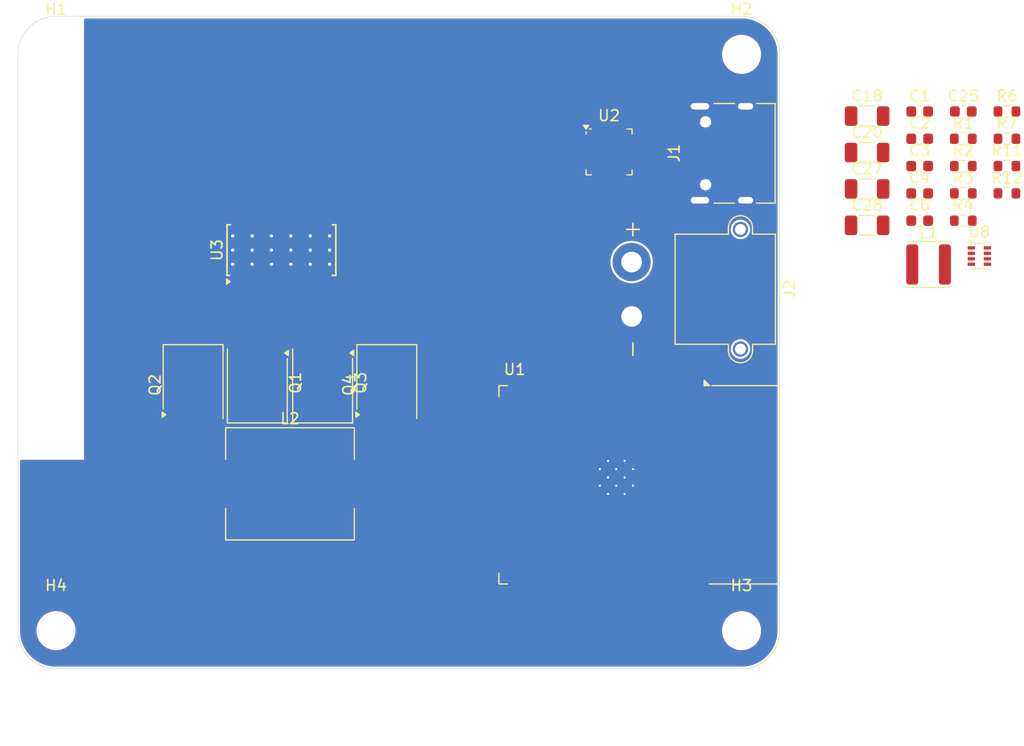
<source format=kicad_pcb>
(kicad_pcb (version 20241229) (generator "pcbnew") (generator_version "9.0")
  (layers (0 "F.Cu" signal) (4 "In1.Cu" signal) (6 "In2.Cu" signal) (2 "B.Cu" signal) (13 "F.Paste" user) (15 "B.Paste" user) (5 "F.SilkS" user "F.Silkscreen") (7 "B.SilkS" user "B.Silkscreen") (1 "F.Mask" user) (3 "B.Mask" user) (25 "Edge.Cuts" user))
  (net 0 "")
  (net 3 "Net-(J1-D--PadA7)")
  (net 4 "Net-(J1-D+-PadA6)")
  (net 5 "Net-(Q1-S-Pad1)")
  (net 40 "Net-(Q2-D-Pad5)")
  (net 43 "GND")
  (net 67 "Net-(Q4-D-Pad5)")
  (net 68 "+3.3V")
  (net 83 "Net-(U3-BOOT1)")
  (net 84 "Net-(U3-SW1)")
  (net 85 "Net-(U3-SW2)")
  (net 86 "Net-(U3-BOOT2)")
  (net 87 "Net-(U3-SS)")
  (net 88 "Net-(U8-SW)")
  (net 89 "Net-(U8-BST)")
  (net 90 "VDC")
  (net 91 "+10V")
  (net 92 "Net-(U8-SS)")
  (net 93 "LDRV1")
  (net 94 "HDRV1")
  (net 95 "LDRV2")
  (net 96 "HDRV2")
  (net 97 "Net-(U3-COMP)")
  (net 98 "Net-(U3-VIN)")
  (net 100 "Net-(U3-VISNS)")
  (net 101 "Net-(U8-FB)")
  (net 102 "Net-(U8-EN)")
  (net 103 "Net-(U8-RT)")
  (net 104 "POWER_EN")
  (footprint "Package_DFN_QFN:QFN-24-1EP_4x4mm_P0.5mm_EP2.7x2.7mm" (layer "F.Cu") (at 164.325 82.475)
    (property "Reference" "U2" (at 0 -3.33 0) (layer "F.SilkS"))
    (property "Value" "STUSB4500QTR")
    (fp_line (start -2.11 -1.635) (end -2.11 -1.87) (stroke (width 0.12)) (layer "F.SilkS"))
    (fp_line (start -2.11 2.11) (end -2.11 1.635) (stroke (width 0.12)) (layer "F.SilkS"))
    (fp_line (start -1.635 -2.11) (end -1.81 -2.11) (stroke (width 0.12)) (layer "F.SilkS"))
    (fp_line (start -1.635 2.11) (end -2.11 2.11) (stroke (width 0.12)) (layer "F.SilkS"))
    (fp_line (start 1.635 -2.11) (end 2.11 -2.11) (stroke (width 0.12)) (layer "F.SilkS"))
    (fp_line (start 1.635 2.11) (end 2.11 2.11) (stroke (width 0.12)) (layer "F.SilkS"))
    (fp_line (start 2.11 -2.11) (end 2.11 -1.635) (stroke (width 0.12)) (layer "F.SilkS"))
    (fp_line (start 2.11 2.11) (end 2.11 1.635) (stroke (width 0.12)) (layer "F.SilkS"))
    (fp_poly (pts (xy -2.11 -2.11) (xy -2.35 -2.44) (xy -1.87 -2.44)) (stroke (width 0.12)) (fill yes) (layer "F.SilkS"))
    (pad "1" smd roundrect (at -1.9625 -1.25) (size 0.825 0.25) (layers "F.Cu" "F.Mask" "F.Paste"))
    (pad "2" smd roundrect (at -1.9625 -0.75) (size 0.825 0.25) (layers "F.Cu" "F.Mask" "F.Paste"))
    (pad "3" smd roundrect (at -1.9625 -0.25) (size 0.825 0.25) (layers "F.Cu" "F.Mask" "F.Paste"))
    (pad "4" smd roundrect (at -1.9625 0.25) (size 0.825 0.25) (layers "F.Cu" "F.Mask" "F.Paste"))
    (pad "5" smd roundrect (at -1.9625 0.75) (size 0.825 0.25) (layers "F.Cu" "F.Mask" "F.Paste"))
    (pad "6" smd roundrect (at -1.9625 1.25) (size 0.825 0.25) (layers "F.Cu" "F.Mask" "F.Paste"))
    (pad "7" smd roundrect (at -1.25 1.9625) (size 0.25 0.825) (layers "F.Cu" "F.Mask" "F.Paste"))
    (pad "8" smd roundrect (at -0.75 1.9625) (size 0.25 0.825) (layers "F.Cu" "F.Mask" "F.Paste"))
    (pad "9" smd roundrect (at -0.25 1.9625) (size 0.25 0.825) (layers "F.Cu" "F.Mask" "F.Paste"))
    (pad "10" smd roundrect (at 0.25 1.9625) (size 0.25 0.825) (layers "F.Cu" "F.Mask" "F.Paste") (net 43 "GND"))
    (pad "11" smd roundrect (at 0.75 1.9625) (size 0.25 0.825) (layers "F.Cu" "F.Mask" "F.Paste"))
    (pad "12" smd roundrect (at 1.25 1.9625) (size 0.25 0.825) (layers "F.Cu" "F.Mask" "F.Paste"))
    (pad "13" smd roundrect (at 1.9625 1.25) (size 0.825 0.25) (layers "F.Cu" "F.Mask" "F.Paste"))
    (pad "14" smd roundrect (at 1.9625 0.75) (size 0.825 0.25) (layers "F.Cu" "F.Mask" "F.Paste"))
    (pad "15" smd roundrect (at 1.9625 0.25) (size 0.825 0.25) (layers "F.Cu" "F.Mask" "F.Paste"))
    (pad "16" smd roundrect (at 1.9625 -0.25) (size 0.825 0.25) (layers "F.Cu" "F.Mask" "F.Paste"))
    (pad "17" smd roundrect (at 1.9625 -0.75) (size 0.825 0.25) (layers "F.Cu" "F.Mask" "F.Paste"))
    (pad "18" smd roundrect (at 1.9625 -1.25) (size 0.825 0.25) (layers "F.Cu" "F.Mask" "F.Paste"))
    (pad "19" smd roundrect (at 1.25 -1.9625) (size 0.25 0.825) (layers "F.Cu" "F.Mask" "F.Paste"))
    (pad "20" smd roundrect (at 0.75 -1.9625) (size 0.25 0.825) (layers "F.Cu" "F.Mask" "F.Paste"))
    (pad "21" smd roundrect (at 0.25 -1.9625) (size 0.25 0.825) (layers "F.Cu" "F.Mask" "F.Paste"))
    (pad "22" smd roundrect (at -0.25 -1.9625) (size 0.25 0.825) (layers "F.Cu" "F.Mask" "F.Paste"))
    (pad "23" smd roundrect (at -0.75 -1.9625) (size 0.25 0.825) (layers "F.Cu" "F.Mask" "F.Paste"))
    (pad "24" smd roundrect (at -1.25 -1.9625) (size 0.25 0.825) (layers "F.Cu" "F.Mask" "F.Paste"))
    (pad "25" smd rect (at 0 0) (size 2.7 2.7) (property pad_prop_heatsink) (layers "F.Cu" "F.Mask") (net 43 "GND"))
  )
  (footprint "Capacitor_SMD:C_1206_3216Metric" (layer "F.Cu") (at 188.04 85.875)
    (property "Reference" "C27" (at 0 -1.85 0) (layer "F.SilkS"))
    (property "Value" "22uF")
    (fp_line (start -0.711252 -0.91) (end 0.711252 -0.91) (stroke (width 0.12)) (layer "F.SilkS"))
    (fp_line (start -0.711252 0.91) (end 0.711252 0.91) (stroke (width 0.12)) (layer "F.SilkS"))
    (pad "1" smd roundrect (at -1.475 0) (size 1.15 1.8) (layers "F.Cu" "F.Mask" "F.Paste") (roundrect_rratio 0.217391) (net 43 "GND"))
    (pad "2" smd roundrect (at 1.475 0) (size 1.15 1.8) (layers "F.Cu" "F.Mask" "F.Paste") (roundrect_rratio 0.217391) (net 90 "VDC"))
  )
  (footprint "Resistor_SMD:R_0603_1608Metric" (layer "F.Cu") (at 200.89 83.775)
    (property "Reference" "R11" (at 0 -1.43 0) (layer "F.SilkS"))
    (property "Value" "1K")
    (fp_line (start -0.237258 -0.5225) (end 0.237258 -0.5225) (stroke (width 0.12)) (layer "F.SilkS"))
    (fp_line (start -0.237258 0.5225) (end 0.237258 0.5225) (stroke (width 0.12)) (layer "F.SilkS"))
    (pad "1" smd roundrect (at -0.825 0) (size 0.8 0.95) (layers "F.Cu" "F.Mask" "F.Paste") (net 43 "GND"))
    (pad "2" smd roundrect (at 0.825 0) (size 0.8 0.95) (layers "F.Cu" "F.Mask" "F.Paste") (net 103 "Net-(U8-RT)"))
  )
  (footprint "MountingHole:MountingHole_3.2mm_M3" (layer "F.Cu") (at 176.5 126.5)
    (property "Reference" "H3" (at 0 -4.15 0) (layer "F.SilkS"))
    (property "Value" "MountingHole")
    (pad "" np_thru_hole circle (at 0 0) (size 3.2 3.2) (drill 3.2) (layers "*.Cu" "*.Mask"))
  )
  (footprint "Package_DFN_QFN:PQFN-8-EP_6x5mm_P1.27mm_Generic" (layer "F.Cu") (at 143.9 103.9 90)
    (property "Reference" "Q4" (at 0 -3.5 90) (layer "F.SilkS"))
    (property "Value" "AON6264E")
    (fp_line (start 3.7 -2.75) (end -2.23 -2.75) (stroke (width 0.12)) (layer "F.SilkS"))
    (fp_line (start 3.7 2.75) (end 3.7 -2.75) (stroke (width 0.12)) (layer "F.SilkS"))
    (fp_line (start -3.1 2.75) (end 3.7 2.75) (stroke (width 0.12)) (layer "F.SilkS"))
    (fp_poly (pts (xy -2.74 -2.520001) (xy -2.98 -2.85) (xy -2.5 -2.85) (xy -2.74 -2.520001)) (stroke (width 0.12)) (fill yes) (layer "F.SilkS"))
    (pad "1" smd roundrect (at -2.725 -1.904999 180) (size 0.7 1.15) (layers "F.Cu" "F.Mask" "F.Paste") (net 85 "Net-(U3-SW2)"))
    (pad "2" smd roundrect (at -2.725 -0.635 180) (size 0.7 1.15) (layers "F.Cu" "F.Mask" "F.Paste") (net 85 "Net-(U3-SW2)"))
    (pad "3" smd roundrect (at -2.725 0.635 180) (size 0.7 1.15) (layers "F.Cu" "F.Mask" "F.Paste") (net 85 "Net-(U3-SW2)"))
    (pad "4" smd roundrect (at -2.725 1.904999 180) (size 0.7 1.15) (layers "F.Cu" "F.Mask" "F.Paste") (net 96 "HDRV2"))
    (pad "5" smd custom (at 0 0 180) (size 4 2) (layers "F.Cu" "F.Mask") (net 67 "Net-(Q4-D-Pad5)") (options (clearance outline) (anchor rect)) (primitives (gr_poly (pts (xy -2.35 3.5) (xy 2.35 3.5) (xy 2.35 2) (xy 2.1 2) (xy 2.1 -1.1) (xy -2.1 -1.1) (xy -2.1 2) (xy -2.35 2)) (width 0) (fill yes))))
  )
  (footprint "Package_DFN_QFN:PQFN-8-EP_6x5mm_P1.27mm_Generic" (layer "F.Cu") (at 138 103.7 -90)
    (property "Reference" "Q3" (at 0 -3.5 90) (layer "F.SilkS"))
    (property "Value" "AON6264E")
    (fp_line (start -3.1 2.75) (end 3.7 2.75) (stroke (width 0.12)) (layer "F.SilkS"))
    (fp_line (start 3.7 2.75) (end 3.7 -2.75) (stroke (width 0.12)) (layer "F.SilkS"))
    (fp_line (start 3.7 -2.75) (end -2.23 -2.75) (stroke (width 0.12)) (layer "F.SilkS"))
    (fp_poly (pts (xy -2.74 -2.520001) (xy -2.98 -2.85) (xy -2.5 -2.85) (xy -2.74 -2.520001)) (stroke (width 0.12)) (fill yes) (layer "F.SilkS"))
    (pad "1" smd roundrect (at -2.725 -1.904999) (size 0.7 1.15) (layers "F.Cu" "F.Mask" "F.Paste") (net 5 "Net-(Q1-S-Pad1)"))
    (pad "2" smd roundrect (at -2.725 -0.635) (size 0.7 1.15) (layers "F.Cu" "F.Mask" "F.Paste") (net 5 "Net-(Q1-S-Pad1)"))
    (pad "3" smd roundrect (at -2.725 0.635) (size 0.7 1.15) (layers "F.Cu" "F.Mask" "F.Paste") (net 5 "Net-(Q1-S-Pad1)"))
    (pad "4" smd roundrect (at -2.725 1.904999) (size 0.7 1.15) (layers "F.Cu" "F.Mask" "F.Paste") (net 95 "LDRV2"))
    (pad "5" smd custom (at 0 0) (size 4 2) (layers "F.Cu" "F.Mask") (net 85 "Net-(U3-SW2)") (options (clearance outline) (anchor rect)) (primitives (gr_poly (pts (xy -2.35 3.5) (xy 2.35 3.5) (xy 2.35 2) (xy 2.1 2) (xy 2.1 -1.1) (xy -2.1 -1.1) (xy -2.1 2) (xy -2.35 2)) (width 0) (fill yes))))
  )
  (footprint "RF_Module:ESP32-WROOM-32" (layer "F.Cu") (at 164.085 113.0875 -90)
    (property "Reference" "U1" (at -10.61 8.43 0) (layer "F.SilkS"))
    (property "Value" "ESP32-WROOM-32")
    (fp_line (start -9.12 9.88) (end -8.12 9.88) (stroke (width 0.12)) (layer "F.SilkS"))
    (fp_line (start 9.12 9.88) (end 8.12 9.88) (stroke (width 0.12)) (layer "F.SilkS"))
    (fp_line (start -9.12 9.1) (end -9.12 9.88) (stroke (width 0.12)) (layer "F.SilkS"))
    (fp_line (start 9.12 9.1) (end 9.12 9.88) (stroke (width 0.12)) (layer "F.SilkS"))
    (fp_line (start -9.12 -15.86) (end -9.12 -9.7) (stroke (width 0.12)) (layer "F.SilkS"))
    (fp_line (start -9.12 -15.86) (end 9.12 -15.86) (stroke (width 0.12)) (layer "F.SilkS"))
    (fp_line (start 9.12 -15.86) (end 9.12 -9.445) (stroke (width 0.12)) (layer "F.SilkS"))
    (fp_poly (pts (xy -9.125 -8.975) (xy -9.625 -8.975) (xy -9.125 -9.475) (xy -9.125 -8.975)) (stroke (width 0.12)) (fill yes) (layer "F.SilkS"))
    (pad "1" smd rect (at -8.75 -8.25 270) (size 1.5 0.9) (layers "F.Cu" "F.Mask" "F.Paste") (net 43 "GND"))
    (pad "2" smd rect (at -8.75 -6.98 270) (size 1.5 0.9) (layers "F.Cu" "F.Mask" "F.Paste") (net 68 "+3.3V"))
    (pad "3" smd rect (at -8.75 -5.71 270) (size 1.5 0.9) (layers "F.Cu" "F.Mask" "F.Paste"))
    (pad "4" smd rect (at -8.75 -4.44 270) (size 1.5 0.9) (layers "F.Cu" "F.Mask" "F.Paste"))
    (pad "5" smd rect (at -8.75 -3.17 270) (size 1.5 0.9) (layers "F.Cu" "F.Mask" "F.Paste"))
    (pad "6" smd rect (at -8.75 -1.9 270) (size 1.5 0.9) (layers "F.Cu" "F.Mask" "F.Paste"))
    (pad "7" smd rect (at -8.75 -0.63 270) (size 1.5 0.9) (layers "F.Cu" "F.Mask" "F.Paste"))
    (pad "8" smd rect (at -8.75 0.64 270) (size 1.5 0.9) (layers "F.Cu" "F.Mask" "F.Paste"))
    (pad "9" smd rect (at -8.75 1.91 270) (size 1.5 0.9) (layers "F.Cu" "F.Mask" "F.Paste"))
    (pad "10" smd rect (at -8.75 3.18 270) (size 1.5 0.9) (layers "F.Cu" "F.Mask" "F.Paste"))
    (pad "11" smd rect (at -8.75 4.45 270) (size 1.5 0.9) (layers "F.Cu" "F.Mask" "F.Paste"))
    (pad "12" smd rect (at -8.75 5.72 270) (size 1.5 0.9) (layers "F.Cu" "F.Mask" "F.Paste"))
    (pad "13" smd rect (at -8.75 6.99 270) (size 1.5 0.9) (layers "F.Cu" "F.Mask" "F.Paste"))
    (pad "14" smd rect (at -8.75 8.26 270) (size 1.5 0.9) (layers "F.Cu" "F.Mask" "F.Paste"))
    (pad "15" smd rect (at -5.71 9.51) (size 1.5 0.9) (layers "F.Cu" "F.Mask" "F.Paste") (net 43 "GND"))
    (pad "16" smd rect (at -4.440001 9.51) (size 1.5 0.9) (layers "F.Cu" "F.Mask" "F.Paste"))
    (pad "17" smd rect (at -3.17 9.51) (size 1.5 0.9) (layers "F.Cu" "F.Mask" "F.Paste"))
    (pad "18" smd rect (at -1.899999 9.51) (size 1.5 0.9) (layers "F.Cu" "F.Mask" "F.Paste"))
    (pad "19" smd rect (at -0.63 9.51) (size 1.5 0.9) (layers "F.Cu" "F.Mask" "F.Paste"))
    (pad "20" smd rect (at 0.64 9.51) (size 1.5 0.9) (layers "F.Cu" "F.Mask" "F.Paste"))
    (pad "21" smd rect (at 1.909999 9.51) (size 1.5 0.9) (layers "F.Cu" "F.Mask" "F.Paste"))
    (pad "22" smd rect (at 3.18 9.51) (size 1.5 0.9) (layers "F.Cu" "F.Mask" "F.Paste"))
    (pad "23" smd rect (at 4.45 9.51) (size 1.5 0.9) (layers "F.Cu" "F.Mask" "F.Paste"))
    (pad "24" smd rect (at 5.72 9.51) (size 1.5 0.9) (layers "F.Cu" "F.Mask" "F.Paste"))
    (pad "25" smd rect (at 8.75 8.26 270) (size 1.5 0.9) (layers "F.Cu" "F.Mask" "F.Paste"))
    (pad "26" smd rect (at 8.75 6.99 270) (size 1.5 0.9) (layers "F.Cu" "F.Mask" "F.Paste"))
    (pad "27" smd rect (at 8.75 5.72 270) (size 1.5 0.9) (layers "F.Cu" "F.Mask" "F.Paste"))
    (pad "28" smd rect (at 8.75 4.45 270) (size 1.5 0.9) (layers "F.Cu" "F.Mask" "F.Paste"))
    (pad "29" smd rect (at 8.75 3.18 270) (size 1.5 0.9) (layers "F.Cu" "F.Mask" "F.Paste"))
    (pad "30" smd rect (at 8.75 1.91 270) (size 1.5 0.9) (layers "F.Cu" "F.Mask" "F.Paste"))
    (pad "31" smd rect (at 8.75 0.64 270) (size 1.5 0.9) (layers "F.Cu" "F.Mask" "F.Paste"))
    (pad "32" smd rect (at 8.75 -0.63 270) (size 1.5 0.9) (layers "F.Cu" "F.Mask" "F.Paste"))
    (pad "33" smd rect (at 8.75 -1.9 270) (size 1.5 0.9) (layers "F.Cu" "F.Mask" "F.Paste"))
    (pad "34" smd rect (at 8.75 -3.17 270) (size 1.5 0.9) (layers "F.Cu" "F.Mask" "F.Paste"))
    (pad "35" smd rect (at 8.75 -4.44 270) (size 1.5 0.9) (layers "F.Cu" "F.Mask" "F.Paste"))
    (pad "36" smd rect (at 8.75 -5.71 270) (size 1.5 0.9) (layers "F.Cu" "F.Mask" "F.Paste"))
    (pad "37" smd rect (at 8.75 -6.98 270) (size 1.5 0.9) (layers "F.Cu" "F.Mask" "F.Paste"))
    (pad "38" smd rect (at 8.75 -8.25 270) (size 1.5 0.9) (layers "F.Cu" "F.Mask" "F.Paste") (net 43 "GND"))
    (pad "39" thru_hole circle (at -2.205 -1.672501 270) (size 0.6 0.6) (drill 0.2) (property pad_prop_heatsink) (layers "*.Cu" "F.Mask") (net 43 "GND"))
    (pad "39" smd rect (at -2.205 -0.91 270) (size 1.05 1.05) (layers "F.Cu" "F.Paste") (net 43 "GND"))
    (pad "39" thru_hole circle (at -2.205 -0.1475 270) (size 0.6 0.6) (drill 0.2) (property pad_prop_heatsink) (layers "*.Cu" "F.Mask") (net 43 "GND"))
    (pad "39" smd rect (at -2.205 0.615 270) (size 1.05 1.05) (layers "F.Cu" "F.Paste") (net 43 "GND"))
    (pad "39" smd rect (at -2.204999 -2.435 270) (size 1.05 1.05) (layers "F.Cu" "F.Paste") (net 43 "GND"))
    (pad "39" thru_hole circle (at -1.442501 -2.435 270) (size 0.6 0.6) (drill 0.2) (property pad_prop_heatsink) (layers "*.Cu" "F.Mask") (net 43 "GND"))
    (pad "39" thru_hole circle (at -1.4425 -0.91 270) (size 0.6 0.6) (drill 0.2) (property pad_prop_heatsink) (layers "*.Cu" "F.Mask") (net 43 "GND"))
    (pad "39" thru_hole circle (at -1.4425 0.615 270) (size 0.6 0.6) (drill 0.2) (property pad_prop_heatsink) (layers "*.Cu" "F.Mask") (net 43 "GND"))
    (pad "39" smd rect (at -0.680001 -2.435 270) (size 1.05 1.05) (layers "F.Cu" "F.Paste") (net 43 "GND"))
    (pad "39" thru_hole circle (at -0.680001 -1.6725 270) (size 0.6 0.6) (drill 0.2) (property pad_prop_heatsink) (layers "*.Cu" "F.Mask") (net 43 "GND"))
    (pad "39" smd rect (at -0.68 -0.91 270) (size 1.05 1.05) (layers "F.Cu" "F.Paste") (net 43 "GND"))
    (pad "39" smd rect (at -0.68 -0.91 270) (size 4.2 4.2) (property pad_prop_heatsink) (layers "F.Cu" "F.Mask") (net 43 "GND"))
    (pad "39" thru_hole circle (at -0.68 -0.1475 270) (size 0.6 0.6) (drill 0.2) (property pad_prop_heatsink) (layers "*.Cu" "F.Mask") (net 43 "GND"))
    (pad "39" smd rect (at -0.68 0.615 270) (size 1.05 1.05) (layers "F.Cu" "F.Paste") (net 43 "GND"))
    (pad "39" thru_hole circle (at 0.0825 -2.435 270) (size 0.6 0.6) (drill 0.2) (property pad_prop_heatsink) (layers "*.Cu" "F.Mask") (net 43 "GND"))
    (pad "39" thru_hole circle (at 0.0825 -0.91 270) (size 0.6 0.6) (drill 0.2) (property pad_prop_heatsink) (layers "*.Cu" "F.Mask") (net 43 "GND"))
    (pad "39" thru_hole circle (at 0.0825 0.615 270) (size 0.6 0.6) (drill 0.2) (property pad_prop_heatsink) (layers "*.Cu" "F.Mask") (net 43 "GND"))
    (pad "39" smd rect (at 0.845 -2.435 270) (size 1.05 1.05) (layers "F.Cu" "F.Paste") (net 43 "GND"))
    (pad "39" thru_hole circle (at 0.845 -1.6725 270) (size 0.6 0.6) (drill 0.2) (property pad_prop_heatsink) (layers "*.Cu" "F.Mask") (net 43 "GND"))
    (pad "39" smd rect (at 0.845 -0.91 270) (size 1.05 1.05) (layers "F.Cu" "F.Paste") (net 43 "GND"))
    (pad "39" thru_hole circle (at 0.845 -0.1475 270) (size 0.6 0.6) (drill 0.2) (property pad_prop_heatsink) (layers "*.Cu" "F.Mask") (net 43 "GND"))
    (pad "39" smd rect (at 0.845 0.615 270) (size 1.05 1.05) (layers "F.Cu" "F.Paste") (net 43 "GND"))
    (zone (net 0) (net_name "") (layers "F.Cu" "B.Cu") (connect_pads (clearance 0)) (min_thickness 0.254)
      (keepout (tracks not_allowed) (vias not_allowed) (pads not_allowed) (copperpour not_allowed) (footprints not_allowed))
      (fill (thermal_gap 0.508) (thermal_bridge_width 0.508))
      (polygon (pts (xy 173.885 89.0875) (xy 173.885 137.0875) (xy 194.825 137.0875) (xy 194.825 89.0875)))
    )
  )
  (footprint "Capacitor_SMD:C_0603_1608Metric" (layer "F.Cu") (at 192.87 78.755)
    (property "Reference" "C1" (at 0 -1.43 0) (layer "F.SilkS"))
    (property "Value" "C")
    (fp_line (start -0.14058 -0.51) (end 0.14058 -0.51) (stroke (width 0.12)) (layer "F.SilkS"))
    (fp_line (start -0.14058 0.51) (end 0.14058 0.51) (stroke (width 0.12)) (layer "F.SilkS"))
    (pad "1" smd roundrect (at -0.775 0) (size 0.9 0.95) (layers "F.Cu" "F.Mask" "F.Paste"))
    (pad "2" smd roundrect (at 0.775 0) (size 0.9 0.95) (layers "F.Cu" "F.Mask" "F.Paste"))
  )
  (footprint "Resistor_SMD:R_0603_1608Metric" (layer "F.Cu") (at 200.89 86.285)
    (property "Reference" "R12" (at 0 -1.43 0) (layer "F.SilkS"))
    (property "Value" "10K")
    (fp_line (start -0.237258 -0.5225) (end 0.237258 -0.5225) (stroke (width 0.12)) (layer "F.SilkS"))
    (fp_line (start -0.237258 0.5225) (end 0.237258 0.5225) (stroke (width 0.12)) (layer "F.SilkS"))
    (pad "1" smd roundrect (at -0.825 0) (size 0.8 0.95) (layers "F.Cu" "F.Mask" "F.Paste") (net 102 "Net-(U8-EN)"))
    (pad "2" smd roundrect (at 0.825 0) (size 0.8 0.95) (layers "F.Cu" "F.Mask" "F.Paste") (net 43 "GND"))
  )
  (footprint "Resistor_SMD:R_0603_1608Metric" (layer "F.Cu") (at 196.88 81.265)
    (property "Reference" "R1" (at 0 -1.43 0) (layer "F.SilkS"))
    (property "Value" "115K")
    (fp_line (start -0.237258 -0.5225) (end 0.237258 -0.5225) (stroke (width 0.12)) (layer "F.SilkS"))
    (fp_line (start -0.237258 0.5225) (end 0.237258 0.5225) (stroke (width 0.12)) (layer "F.SilkS"))
    (pad "1" smd roundrect (at -0.825 0) (size 0.8 0.95) (layers "F.Cu" "F.Mask" "F.Paste") (net 43 "GND"))
    (pad "2" smd roundrect (at 0.825 0) (size 0.8 0.95) (layers "F.Cu" "F.Mask" "F.Paste") (net 97 "Net-(U3-COMP)"))
  )
  (footprint "Resistor_SMD:R_0603_1608Metric" (layer "F.Cu") (at 196.88 83.775)
    (property "Reference" "R2" (at 0 -1.43 0) (layer "F.SilkS"))
    (property "Value" "10R")
    (fp_line (start -0.237258 -0.5225) (end 0.237258 -0.5225) (stroke (width 0.12)) (layer "F.SilkS"))
    (fp_line (start -0.237258 0.5225) (end 0.237258 0.5225) (stroke (width 0.12)) (layer "F.SilkS"))
    (pad "1" smd roundrect (at -0.825 0) (size 0.8 0.95) (layers "F.Cu" "F.Mask" "F.Paste") (net 98 "Net-(U3-VIN)"))
    (pad "2" smd roundrect (at 0.825 0) (size 0.8 0.95) (layers "F.Cu" "F.Mask" "F.Paste"))
  )
  (footprint "Package_DFN_QFN:PQFN-8-EP_6x5mm_P1.27mm_Generic" (layer "F.Cu") (at 132 103.7 -90)
    (property "Reference" "Q1" (at 0 -3.5 90) (layer "F.SilkS"))
    (property "Value" "AON6264E")
    (fp_line (start -3.1 2.75) (end 3.7 2.75) (stroke (width 0.12)) (layer "F.SilkS"))
    (fp_line (start 3.7 2.75) (end 3.7 -2.75) (stroke (width 0.12)) (layer "F.SilkS"))
    (fp_line (start 3.7 -2.75) (end -2.23 -2.75) (stroke (width 0.12)) (layer "F.SilkS"))
    (fp_poly (pts (xy -2.74 -2.520001) (xy -2.98 -2.85) (xy -2.5 -2.85) (xy -2.74 -2.520001)) (stroke (width 0.12)) (fill yes) (layer "F.SilkS"))
    (pad "1" smd roundrect (at -2.725 -1.904999) (size 0.7 1.15) (layers "F.Cu" "F.Mask" "F.Paste") (net 5 "Net-(Q1-S-Pad1)"))
    (pad "2" smd roundrect (at -2.725 -0.635) (size 0.7 1.15) (layers "F.Cu" "F.Mask" "F.Paste") (net 5 "Net-(Q1-S-Pad1)"))
    (pad "3" smd roundrect (at -2.725 0.635) (size 0.7 1.15) (layers "F.Cu" "F.Mask" "F.Paste") (net 5 "Net-(Q1-S-Pad1)"))
    (pad "4" smd roundrect (at -2.725 1.904999) (size 0.7 1.15) (layers "F.Cu" "F.Mask" "F.Paste") (net 93 "LDRV1"))
    (pad "5" smd custom (at 0 0) (size 4 2) (layers "F.Cu" "F.Mask") (net 84 "Net-(U3-SW1)") (options (clearance outline) (anchor rect)) (primitives (gr_poly (pts (xy -2.35 3.5) (xy 2.35 3.5) (xy 2.35 2) (xy 2.1 2) (xy 2.1 -1.1) (xy -2.1 -1.1) (xy -2.1 2) (xy -2.35 2)) (width 0) (fill yes))))
  )
  (footprint "Capacitor_SMD:C_1206_3216Metric" (layer "F.Cu") (at 188.04 79.175)
    (property "Reference" "C18" (at 0 -1.85 0) (layer "F.SilkS"))
    (property "Value" "22uF")
    (fp_line (start -0.711252 -0.91) (end 0.711252 -0.91) (stroke (width 0.12)) (layer "F.SilkS"))
    (fp_line (start -0.711252 0.91) (end 0.711252 0.91) (stroke (width 0.12)) (layer "F.SilkS"))
    (pad "1" smd roundrect (at -1.475 0) (size 1.15 1.8) (layers "F.Cu" "F.Mask" "F.Paste") (roundrect_rratio 0.217391) (net 43 "GND"))
    (pad "2" smd roundrect (at 1.475 0) (size 1.15 1.8) (layers "F.Cu" "F.Mask" "F.Paste") (roundrect_rratio 0.217391) (net 90 "VDC"))
  )
  (footprint "Capacitor_SMD:C_0603_1608Metric" (layer "F.Cu") (at 192.87 86.285)
    (property "Reference" "C4" (at 0 -1.43 0) (layer "F.SilkS"))
    (property "Value" "100nF")
    (fp_line (start -0.14058 -0.51) (end 0.14058 -0.51) (stroke (width 0.12)) (layer "F.SilkS"))
    (fp_line (start -0.14058 0.51) (end 0.14058 0.51) (stroke (width 0.12)) (layer "F.SilkS"))
    (pad "1" smd roundrect (at -0.775 0) (size 0.9 0.95) (layers "F.Cu" "F.Mask" "F.Paste") (net 43 "GND"))
    (pad "2" smd roundrect (at 0.775 0) (size 0.9 0.95) (layers "F.Cu" "F.Mask" "F.Paste") (net 87 "Net-(U3-SS)"))
  )
  (footprint "MountingHole:MountingHole_3.2mm_M3" (layer "F.Cu") (at 113.5 126.5)
    (property "Reference" "H4" (at 0 -4.15 0) (layer "F.SilkS"))
    (property "Value" "MountingHole")
    (pad "" np_thru_hole circle (at 0 0) (size 3.2 3.2) (drill 3.2) (layers "*.Cu" "*.Mask"))
  )
  (footprint "Package_SO:HTSSOP-28-1EP_4.4x9.7mm_P0.65mm_EP3.4x9.5mm_ThermalVias" (layer "F.Cu") (at 134.19 91.5 90)
    (property "Reference" "U3" (at 0 -5.9 90) (layer "F.SilkS"))
    (property "Value" "LM5176PWP")
    (fp_line (start 2.325 -4.975) (end 2.325 -4.65) (stroke (width 0.15)) (layer "F.SilkS"))
    (fp_line (start -2.325 -4.975) (end 2.325 -4.975) (stroke (width 0.15)) (layer "F.SilkS"))
    (fp_line (start -2.325 -4.975) (end -2.325 -4.75) (stroke (width 0.15)) (layer "F.SilkS"))
    (fp_line (start 2.325 5.0258) (end 2.325 4.7008) (stroke (width 0.15)) (layer "F.SilkS"))
    (fp_line (start -2.325 5.0258) (end -2.325 4.7008) (stroke (width 0.15)) (layer "F.SilkS"))
    (fp_line (start -2.325 5.0258) (end 2.325 5.0258) (stroke (width 0.15)) (layer "F.SilkS"))
    (fp_poly (pts (xy -2.9 -4.685) (xy -3.14 -5.015) (xy -2.660001 -5.015) (xy -2.9 -4.685)) (stroke (width 0.12)) (fill yes) (layer "F.SilkS"))
    (pad "1" smd rect (at -2.85 -4.225 90) (size 1.1 0.4) (layers "F.Cu" "F.Mask" "F.Paste") (net 104 "POWER_EN"))
    (pad "2" smd rect (at -2.85 -3.575 90) (size 1.1 0.4) (layers "F.Cu" "F.Mask" "F.Paste") (net 98 "Net-(U3-VIN)"))
    (pad "3" smd rect (at -2.85 -2.925 90) (size 1.1 0.4) (layers "F.Cu" "F.Mask" "F.Paste") (net 100 "Net-(U3-VISNS)"))
    (pad "4" smd rect (at -2.85 -2.275 90) (size 1.1 0.4) (layers "F.Cu" "F.Mask" "F.Paste"))
    (pad "5" smd rect (at -2.85 -1.625 90) (size 1.1 0.4) (layers "F.Cu" "F.Mask" "F.Paste") (net 43 "GND"))
    (pad "6" smd rect (at -2.85 -0.975 90) (size 1.1 0.4) (layers "F.Cu" "F.Mask" "F.Paste"))
    (pad "7" smd rect (at -2.85 -0.325 90) (size 1.1 0.4) (layers "F.Cu" "F.Mask" "F.Paste"))
    (pad "8" smd rect (at -2.85 0.325 90) (size 1.1 0.4) (layers "F.Cu" "F.Mask" "F.Paste") (net 87 "Net-(U3-SS)"))
    (pad "9" smd rect (at -2.85 0.975 90) (size 1.1 0.4) (layers "F.Cu" "F.Mask" "F.Paste") (net 97 "Net-(U3-COMP)"))
    (pad "10" smd rect (at -2.85 1.625 90) (size 1.1 0.4) (layers "F.Cu" "F.Mask" "F.Paste") (net 43 "GND"))
    (pad "11" smd rect (at -2.85 2.275 90) (size 1.1 0.4) (layers "F.Cu" "F.Mask" "F.Paste"))
    (pad "12" smd rect (at -2.85 2.925 90) (size 1.1 0.4) (layers "F.Cu" "F.Mask" "F.Paste"))
    (pad "13" smd rect (at -2.85 3.575 90) (size 1.1 0.4) (layers "F.Cu" "F.Mask" "F.Paste"))
    (pad "14" smd rect (at -2.85 4.225 90) (size 1.1 0.4) (layers "F.Cu" "F.Mask" "F.Paste"))
    (pad "15" smd rect (at 2.85 4.225 90) (size 1.1 0.4) (layers "F.Cu" "F.Mask" "F.Paste"))
    (pad "16" smd rect (at 2.85 3.575 90) (size 1.1 0.4) (layers "F.Cu" "F.Mask" "F.Paste"))
    (pad "17" smd rect (at 2.85 2.925 90) (size 1.1 0.4) (layers "F.Cu" "F.Mask" "F.Paste"))
    (pad "18" smd rect (at 2.85 2.275 90) (size 1.1 0.4) (layers "F.Cu" "F.Mask" "F.Paste") (net 85 "Net-(U3-SW2)"))
    (pad "19" smd rect (at 2.85 1.625 90) (size 1.1 0.4) (layers "F.Cu" "F.Mask" "F.Paste") (net 96 "HDRV2"))
    (pad "20" smd rect (at 2.85 0.975 90) (size 1.1 0.4) (layers "F.Cu" "F.Mask" "F.Paste") (net 86 "Net-(U3-BOOT2)"))
    (pad "21" smd rect (at 2.85 0.325 90) (size 1.1 0.4) (layers "F.Cu" "F.Mask" "F.Paste") (net 95 "LDRV2"))
    (pad "22" smd rect (at 2.85 -0.325 90) (size 1.1 0.4) (layers "F.Cu" "F.Mask" "F.Paste") (net 43 "GND"))
    (pad "23" smd rect (at 2.85 -0.975 90) (size 1.1 0.4) (layers "F.Cu" "F.Mask" "F.Paste"))
    (pad "24" smd rect (at 2.85 -1.625 90) (size 1.1 0.4) (layers "F.Cu" "F.Mask" "F.Paste"))
    (pad "25" smd rect (at 2.85 -2.275 90) (size 1.1 0.4) (layers "F.Cu" "F.Mask" "F.Paste") (net 93 "LDRV1"))
    (pad "26" smd rect (at 2.85 -2.925 90) (size 1.1 0.4) (layers "F.Cu" "F.Mask" "F.Paste") (net 83 "Net-(U3-BOOT1)"))
    (pad "27" smd rect (at 2.85 -3.575 90) (size 1.1 0.4) (layers "F.Cu" "F.Mask" "F.Paste") (net 94 "HDRV1"))
    (pad "28" smd rect (at 2.85 -4.225 90) (size 1.1 0.4) (layers "F.Cu" "F.Mask" "F.Paste") (net 84 "Net-(U3-SW1)"))
    (pad "29" thru_hole circle (at -1.3 -4.45 90) (size 0.6 0.6) (drill 0.3) (layers "*.Cu") (net 43 "GND"))
    (pad "29" thru_hole circle (at -1.3 -2.67 90) (size 0.6 0.6) (drill 0.3) (layers "*.Cu") (net 43 "GND"))
    (pad "29" thru_hole circle (at -1.3 -0.89 90) (size 0.6 0.6) (drill 0.3) (layers "*.Cu") (net 43 "GND"))
    (pad "29" thru_hole circle (at -1.3 0.89 90) (size 0.6 0.6) (drill 0.3) (layers "*.Cu") (net 43 "GND"))
    (pad "29" thru_hole circle (at -1.3 2.67 90) (size 0.6 0.6) (drill 0.3) (layers "*.Cu") (net 43 "GND"))
    (pad "29" thru_hole circle (at -1.3 4.45 90) (size 0.6 0.6) (drill 0.3) (layers "*.Cu") (net 43 "GND"))
    (pad "29" thru_hole circle (at 0 -4.45 90) (size 0.6 0.6) (drill 0.3) (layers "*.Cu") (net 43 "GND"))
    (pad "29" thru_hole circle (at 0 -2.67 90) (size 0.6 0.6) (drill 0.3) (layers "*.Cu") (net 43 "GND"))
    (pad "29" thru_hole circle (at 0 -0.89 90) (size 0.6 0.6) (drill 0.3) (layers "*.Cu") (net 43 "GND"))
    (pad "29" smd rect (at 0 0 90) (size 3.4 9.5) (layers "F.Cu" "F.Mask") (net 43 "GND"))
    (pad "29" smd rect (at 0 0 90) (size 3.4 9.5) (layers "B.Cu") (net 43 "GND"))
    (pad "29" thru_hole circle (at 0 0.89 90) (size 0.6 0.6) (drill 0.3) (layers "*.Cu") (net 43 "GND"))
    (pad "29" thru_hole circle (at 0 2.67 90) (size 0.6 0.6) (drill 0.3) (layers "*.Cu") (net 43 "GND"))
    (pad "29" thru_hole circle (at 0 4.45 90) (size 0.6 0.6) (drill 0.3) (layers "*.Cu") (net 43 "GND"))
    (pad "29" thru_hole circle (at 1.3 -4.45 90) (size 0.6 0.6) (drill 0.3) (layers "*.Cu") (net 43 "GND"))
    (pad "29" thru_hole circle (at 1.3 -2.67 90) (size 0.6 0.6) (drill 0.3) (layers "*.Cu") (net 43 "GND"))
    (pad "29" thru_hole circle (at 1.3 -0.89 90) (size 0.6 0.6) (drill 0.3) (layers "*.Cu") (net 43 "GND"))
    (pad "29" thru_hole circle (at 1.3 0.89 90) (size 0.6 0.6) (drill 0.3) (layers "*.Cu") (net 43 "GND"))
    (pad "29" thru_hole circle (at 1.3 2.67 90) (size 0.6 0.6) (drill 0.3) (layers "*.Cu") (net 43 "GND"))
    (pad "29" thru_hole circle (at 1.3 4.45 90) (size 0.6 0.6) (drill 0.3) (layers "*.Cu") (net 43 "GND"))
  )
  (footprint "Resistor_SMD:R_0603_1608Metric" (layer "F.Cu") (at 196.88 88.795)
    (property "Reference" "R4" (at 0 -1.43 0) (layer "F.SilkS"))
    (property "Value" "115K")
    (fp_line (start -0.237258 -0.5225) (end 0.237258 -0.5225) (stroke (width 0.12)) (layer "F.SilkS"))
    (fp_line (start -0.237258 0.5225) (end 0.237258 0.5225) (stroke (width 0.12)) (layer "F.SilkS"))
    (pad "1" smd roundrect (at -0.825 0) (size 0.8 0.95) (layers "F.Cu" "F.Mask" "F.Paste") (net 101 "Net-(U8-FB)"))
    (pad "2" smd roundrect (at 0.825 0) (size 0.8 0.95) (layers "F.Cu" "F.Mask" "F.Paste") (net 91 "+10V"))
  )
  (footprint "MountingHole:MountingHole_3.2mm_M3" (layer "F.Cu") (at 176.5 73.5)
    (property "Reference" "H2" (at 0 -4.15 0) (layer "F.SilkS"))
    (property "Value" "MountingHole")
    (pad "" np_thru_hole circle (at 0 0) (size 3.2 3.2) (drill 3.2) (layers "*.Cu" "*.Mask"))
  )
  (footprint "Capacitor_SMD:C_1206_3216Metric" (layer "F.Cu") (at 188.04 89.225)
    (property "Reference" "C28" (at 0 -1.85 0) (layer "F.SilkS"))
    (property "Value" "22uF")
    (fp_line (start -0.711252 -0.91) (end 0.711252 -0.91) (stroke (width 0.12)) (layer "F.SilkS"))
    (fp_line (start -0.711252 0.91) (end 0.711252 0.91) (stroke (width 0.12)) (layer "F.SilkS"))
    (pad "1" smd roundrect (at -1.475 0) (size 1.15 1.8) (layers "F.Cu" "F.Mask" "F.Paste") (roundrect_rratio 0.217391) (net 43 "GND"))
    (pad "2" smd roundrect (at 1.475 0) (size 1.15 1.8) (layers "F.Cu" "F.Mask" "F.Paste") (roundrect_rratio 0.217391) (net 91 "+10V"))
  )
  (footprint "Capacitor_SMD:C_0603_1608Metric" (layer "F.Cu") (at 192.87 83.775)
    (property "Reference" "C3" (at 0 -1.43 0) (layer "F.SilkS"))
    (property "Value" "100nF")
    (fp_line (start -0.14058 -0.51) (end 0.14058 -0.51) (stroke (width 0.12)) (layer "F.SilkS"))
    (fp_line (start -0.14058 0.51) (end 0.14058 0.51) (stroke (width 0.12)) (layer "F.SilkS"))
    (pad "1" smd roundrect (at -0.775 0) (size 0.9 0.95) (layers "F.Cu" "F.Mask" "F.Paste") (net 86 "Net-(U3-BOOT2)"))
    (pad "2" smd roundrect (at 0.775 0) (size 0.9 0.95) (layers "F.Cu" "F.Mask" "F.Paste") (net 85 "Net-(U3-SW2)"))
  )
  (footprint "Inductor_SMD:L_Chilisin_BMRF00101040" (layer "F.Cu") (at 135 113)
    (property "Reference" "L2" (at 0 -6 0) (layer "F.SilkS"))
    (property "Value" "4.7uH")
    (fp_line (start -5.91 -5.16) (end 5.91 -5.16) (stroke (width 0.12)) (layer "F.SilkS"))
    (fp_line (start -5.91 -2.26) (end -5.91 -5.16) (stroke (width 0.12)) (layer "F.SilkS"))
    (fp_line (start -5.91 5.16) (end -5.91 2.26) (stroke (width 0.12)) (layer "F.SilkS"))
    (fp_line (start 5.91 -5.16) (end 5.91 -2.26) (stroke (width 0.12)) (layer "F.SilkS"))
    (fp_line (start 5.91 2.26) (end 5.91 5.16) (stroke (width 0.12)) (layer "F.SilkS"))
    (fp_line (start 5.91 5.16) (end -5.91 5.16) (stroke (width 0.12)) (layer "F.SilkS"))
    (pad "1" smd roundrect (at -4.75 0) (size 3.5 4) (layers "F.Cu" "F.Mask" "F.Paste") (roundrect_rratio 0.071429) (net 84 "Net-(U3-SW1)"))
    (pad "2" smd roundrect (at 4.75 0) (size 3.5 4) (layers "F.Cu" "F.Mask" "F.Paste") (roundrect_rratio 0.071429) (net 85 "Net-(U3-SW2)"))
  )
  (footprint "Package_DFN_QFN:PQFN-8-EP_6x5mm_P1.27mm_Generic" (layer "F.Cu") (at 126.1 103.9 90)
    (property "Reference" "Q2" (at 0 -3.5 90) (layer "F.SilkS"))
    (property "Value" "AON6264E")
    (fp_line (start 3.7 -2.75) (end -2.23 -2.75) (stroke (width 0.12)) (layer "F.SilkS"))
    (fp_line (start 3.7 2.75) (end 3.7 -2.75) (stroke (width 0.12)) (layer "F.SilkS"))
    (fp_line (start -3.1 2.75) (end 3.7 2.75) (stroke (width 0.12)) (layer "F.SilkS"))
    (fp_poly (pts (xy -2.74 -2.520001) (xy -2.98 -2.85) (xy -2.5 -2.85) (xy -2.74 -2.520001)) (stroke (width 0.12)) (fill yes) (layer "F.SilkS"))
    (pad "1" smd roundrect (at -2.725 -1.904999 180) (size 0.7 1.15) (layers "F.Cu" "F.Mask" "F.Paste") (net 84 "Net-(U3-SW1)"))
    (pad "2" smd roundrect (at -2.725 -0.635 180) (size 0.7 1.15) (layers "F.Cu" "F.Mask" "F.Paste") (net 84 "Net-(U3-SW1)"))
    (pad "3" smd roundrect (at -2.725 0.635 180) (size 0.7 1.15) (layers "F.Cu" "F.Mask" "F.Paste") (net 84 "Net-(U3-SW1)"))
    (pad "4" smd roundrect (at -2.725 1.904999 180) (size 0.7 1.15) (layers "F.Cu" "F.Mask" "F.Paste") (net 94 "HDRV1"))
    (pad "5" smd custom (at 0 0 180) (size 4 2) (layers "F.Cu" "F.Mask") (net 40 "Net-(Q2-D-Pad5)") (options (clearance outline) (anchor rect)) (primitives (gr_poly (pts (xy -2.35 3.5) (xy 2.35 3.5) (xy 2.35 2) (xy 2.1 2) (xy 2.1 -1.1) (xy -2.1 -1.1) (xy -2.1 2) (xy -2.35 2)) (width 0) (fill yes))))
  )
  (footprint "Resistor_SMD:R_0603_1608Metric" (layer "F.Cu") (at 196.88 86.285)
    (property "Reference" "R3" (at 0 -1.43 0) (layer "F.SilkS"))
    (property "Value" "2K")
    (fp_line (start -0.237258 -0.5225) (end 0.237258 -0.5225) (stroke (width 0.12)) (layer "F.SilkS"))
    (fp_line (start -0.237258 0.5225) (end 0.237258 0.5225) (stroke (width 0.12)) (layer "F.SilkS"))
    (pad "1" smd roundrect (at -0.825 0) (size 0.8 0.95) (layers "F.Cu" "F.Mask" "F.Paste") (net 100 "Net-(U3-VISNS)"))
    (pad "2" smd roundrect (at 0.825 0) (size 0.8 0.95) (layers "F.Cu" "F.Mask" "F.Paste") (net 90 "VDC"))
  )
  (footprint "Resistor_SMD:R_0603_1608Metric" (layer "F.Cu") (at 200.89 78.755)
    (property "Reference" "R6" (at 0 -1.43 0) (layer "F.SilkS"))
    (property "Value" "10K")
    (fp_line (start -0.237258 -0.5225) (end 0.237258 -0.5225) (stroke (width 0.12)) (layer "F.SilkS"))
    (fp_line (start -0.237258 0.5225) (end 0.237258 0.5225) (stroke (width 0.12)) (layer "F.SilkS"))
    (pad "1" smd roundrect (at -0.825 0) (size 0.8 0.95) (layers "F.Cu" "F.Mask" "F.Paste") (net 43 "GND"))
    (pad "2" smd roundrect (at 0.825 0) (size 0.8 0.95) (layers "F.Cu" "F.Mask" "F.Paste") (net 101 "Net-(U8-FB)"))
  )
  (footprint "Resistor_SMD:R_0603_1608Metric" (layer "F.Cu") (at 200.89 81.265)
    (property "Reference" "R7" (at 0 -1.43 0) (layer "F.SilkS"))
    (property "Value" "10K")
    (fp_line (start -0.237258 -0.5225) (end 0.237258 -0.5225) (stroke (width 0.12)) (layer "F.SilkS"))
    (fp_line (start -0.237258 0.5225) (end 0.237258 0.5225) (stroke (width 0.12)) (layer "F.SilkS"))
    (pad "1" smd roundrect (at -0.825 0) (size 0.8 0.95) (layers "F.Cu" "F.Mask" "F.Paste") (net 102 "Net-(U8-EN)"))
    (pad "2" smd roundrect (at 0.825 0) (size 0.8 0.95) (layers "F.Cu" "F.Mask" "F.Paste") (net 90 "VDC"))
  )
  (footprint "MountingHole:MountingHole_3.2mm_M3" (layer "F.Cu") (at 113.5 73.5)
    (property "Reference" "H1" (at 0 -4.15 0) (layer "F.SilkS"))
    (property "Value" "MountingHole")
    (pad "" np_thru_hole circle (at 0 0) (size 3.2 3.2) (drill 3.2) (layers "*.Cu" "*.Mask"))
  )
  (footprint "Connector_USB:USB_C_Receptacle_G-Switch_GT-USB-7010ASV" (layer "F.Cu") (at 175.8 82.6 90)
    (property "Reference" "J1" (at 0 -5.5 90) (layer "F.SilkS"))
    (property "Value" "USB_C_Receptacle_USB2.0_16P")
    (fp_line (start -4.580001 -1.85) (end -4.580001 0.07) (stroke (width 0.12)) (layer "F.SilkS"))
    (fp_line (start 4.580001 0.07) (end 4.580001 -1.85) (stroke (width 0.12)) (layer "F.SilkS"))
    (fp_line (start 4.58 2.08) (end 4.58 3.785) (stroke (width 0.12)) (layer "F.SilkS"))
    (fp_line (start 4.58 3.785) (end -4.58 3.785) (stroke (width 0.12)) (layer "F.SilkS"))
    (fp_line (start -4.58 3.785) (end -4.58 2.08) (stroke (width 0.12)) (layer "F.SilkS"))
    (pad "" np_thru_hole circle (at -2.89 -2.605 90) (size 0.65 0.65) (drill 0.65) (layers "*.Cu" "*.Mask"))
    (pad "" np_thru_hole circle (at 2.89 -2.605 90) (size 0.65 0.65) (drill 0.65) (layers "*.Cu" "*.Mask"))
    (pad "A1" smd rect (at -3.2 -3.725 90) (size 0.6 1.24) (layers "F.Cu" "F.Mask" "F.Paste") (net 43 "GND"))
    (pad "A4" smd rect (at -2.4 -3.725 90) (size 0.6 1.24) (layers "F.Cu" "F.Mask" "F.Paste") (net 90 "VDC"))
    (pad "A5" smd rect (at -1.25 -3.725 90) (size 0.3 1.24) (layers "F.Cu" "F.Mask" "F.Paste"))
    (pad "A6" smd rect (at -0.25 -3.725 90) (size 0.3 1.24) (layers "F.Cu" "F.Mask" "F.Paste") (net 4 "Net-(J1-D+-PadA6)"))
    (pad "A7" smd rect (at 0.25 -3.725 90) (size 0.3 1.24) (layers "F.Cu" "F.Mask" "F.Paste") (net 3 "Net-(J1-D--PadA7)"))
    (pad "A8" smd rect (at 1.25 -3.725 90) (size 0.3 1.24) (layers "F.Cu" "F.Mask" "F.Paste"))
    (pad "A9" smd rect (at 2.4 -3.725 90) (size 0.6 1.24) (layers "F.Cu" "F.Mask" "F.Paste") (net 90 "VDC"))
    (pad "A12" smd rect (at 3.2 -3.725 90) (size 0.6 1.24) (layers "F.Cu" "F.Mask" "F.Paste") (net 43 "GND"))
    (pad "B1" smd rect (at 3.2 -3.725 90) (size 0.6 1.24) (layers "F.Cu" "F.Mask" "F.Paste") (net 43 "GND"))
    (pad "B4" smd rect (at 2.4 -3.725 90) (size 0.6 1.24) (layers "F.Cu" "F.Mask" "F.Paste") (net 90 "VDC"))
    (pad "B5" smd rect (at 1.75 -3.725 90) (size 0.3 1.24) (layers "F.Cu" "F.Mask" "F.Paste"))
    (pad "B6" smd rect (at 0.75 -3.725 90) (size 0.3 1.24) (layers "F.Cu" "F.Mask" "F.Paste") (net 4 "Net-(J1-D+-PadA6)"))
    (pad "B7" smd rect (at -0.75 -3.725 90) (size 0.3 1.24) (layers "F.Cu" "F.Mask" "F.Paste") (net 3 "Net-(J1-D--PadA7)"))
    (pad "B8" smd rect (at -1.75 -3.725 90) (size 0.3 1.24) (layers "F.Cu" "F.Mask" "F.Paste"))
    (pad "B9" smd rect (at -2.4 -3.725 90) (size 0.6 1.24) (layers "F.Cu" "F.Mask" "F.Paste") (net 90 "VDC"))
    (pad "B12" smd rect (at -3.2 -3.725 90) (size 0.6 1.24) (layers "F.Cu" "F.Mask" "F.Paste") (net 43 "GND"))
    (pad "S1" thru_hole oval (at -4.32 -3.125 90) (size 1 2.1) (drill oval 0.6 1.7) (property pad_prop_heatsink) (layers "*.Cu" "*.Mask") (net 43 "GND"))
    (pad "S1" thru_hole oval (at -4.32 1.075 90) (size 1 1.8) (drill oval 0.6 1.4) (property pad_prop_heatsink) (layers "*.Cu" "*.Mask") (net 43 "GND"))
    (pad "S1" thru_hole oval (at 4.32 -3.125 90) (size 1 2.1) (drill oval 0.6 1.7) (property pad_prop_heatsink) (layers "*.Cu" "*.Mask") (net 43 "GND"))
    (pad "S1" thru_hole oval (at 4.32 1.075 90) (size 1 1.8) (drill oval 0.6 1.4) (property pad_prop_heatsink) (layers "*.Cu" "*.Mask") (net 43 "GND"))
  )
  (footprint "Capacitor_SMD:C_0603_1608Metric" (layer "F.Cu") (at 192.87 88.795)
    (property "Reference" "C6" (at 0 -1.43 0) (layer "F.SilkS"))
    (property "Value" "100nF")
    (fp_line (start -0.14058 -0.51) (end 0.14058 -0.51) (stroke (width 0.12)) (layer "F.SilkS"))
    (fp_line (start -0.14058 0.51) (end 0.14058 0.51) (stroke (width 0.12)) (layer "F.SilkS"))
    (pad "1" smd roundrect (at -0.775 0) (size 0.9 0.95) (layers "F.Cu" "F.Mask" "F.Paste") (net 88 "Net-(U8-SW)"))
    (pad "2" smd roundrect (at 0.775 0) (size 0.9 0.95) (layers "F.Cu" "F.Mask" "F.Paste") (net 89 "Net-(U8-BST)"))
  )
  (footprint "Capacitor_SMD:C_0603_1608Metric" (layer "F.Cu") (at 192.87 81.265)
    (property "Reference" "C2" (at 0 -1.43 0) (layer "F.SilkS"))
    (property "Value" "100nF")
    (fp_line (start -0.14058 -0.51) (end 0.14058 -0.51) (stroke (width 0.12)) (layer "F.SilkS"))
    (fp_line (start -0.14058 0.51) (end 0.14058 0.51) (stroke (width 0.12)) (layer "F.SilkS"))
    (pad "1" smd roundrect (at -0.775 0) (size 0.9 0.95) (layers "F.Cu" "F.Mask" "F.Paste") (net 83 "Net-(U3-BOOT1)"))
    (pad "2" smd roundrect (at 0.775 0) (size 0.9 0.95) (layers "F.Cu" "F.Mask" "F.Paste") (net 84 "Net-(U3-SW1)"))
  )
  (footprint "Capacitor_SMD:C_0603_1608Metric" (layer "F.Cu") (at 196.88 78.755)
    (property "Reference" "C25" (at 0 -1.43 0) (layer "F.SilkS"))
    (property "Value" "33nF")
    (fp_line (start -0.14058 -0.51) (end 0.14058 -0.51) (stroke (width 0.12)) (layer "F.SilkS"))
    (fp_line (start -0.14058 0.51) (end 0.14058 0.51) (stroke (width 0.12)) (layer "F.SilkS"))
    (pad "1" smd roundrect (at -0.775 0) (size 0.9 0.95) (layers "F.Cu" "F.Mask" "F.Paste") (net 43 "GND"))
    (pad "2" smd roundrect (at 0.775 0) (size 0.9 0.95) (layers "F.Cu" "F.Mask" "F.Paste") (net 92 "Net-(U8-SS)"))
  )
  (footprint "Package_TO_SOT_SMD:SOT-583-8" (layer "F.Cu") (at 198.36 92.05)
    (property "Reference" "U8" (at 0 -2.2 0) (layer "F.SilkS"))
    (property "Value" "TPS62933")
    (fp_line (start 0.65 -1.16) (end -0.4 -1.16) (stroke (width 0.12)) (layer "F.SilkS"))
    (fp_line (start 0.65 1.16) (end -0.65 1.16) (stroke (width 0.12)) (layer "F.SilkS"))
    (fp_poly (pts (xy -0.76 -1.16) (xy -1.04 -1.16) (xy -0.76 -1.44) (xy -0.76 -1.16)) (stroke (width 0.12)) (fill yes) (layer "F.SilkS"))
    (pad "1" smd roundrect (at -0.74 -0.75) (size 0.67 0.3) (layers "F.Cu" "F.Mask" "F.Paste") (roundrect_rratio 0.1666666667) (net 103 "Net-(U8-RT)"))
    (pad "2" smd roundrect (at -0.74 -0.25) (size 0.67 0.3) (layers "F.Cu" "F.Mask" "F.Paste") (roundrect_rratio 0.1666666667) (net 102 "Net-(U8-EN)"))
    (pad "3" smd roundrect (at -0.74 0.25) (size 0.67 0.3) (layers "F.Cu" "F.Mask" "F.Paste") (roundrect_rratio 0.1666666667) (net 90 "VDC"))
    (pad "4" smd roundrect (at -0.74 0.75) (size 0.67 0.3) (layers "F.Cu" "F.Mask" "F.Paste") (roundrect_rratio 0.1666666667) (net 43 "GND"))
    (pad "5" smd roundrect (at 0.74 0.75) (size 0.67 0.3) (layers "F.Cu" "F.Mask" "F.Paste") (roundrect_rratio 0.1666666667) (net 88 "Net-(U8-SW)"))
    (pad "6" smd roundrect (at 0.74 0.25) (size 0.67 0.3) (layers "F.Cu" "F.Mask" "F.Paste") (roundrect_rratio 0.1666666667) (net 89 "Net-(U8-BST)"))
    (pad "7" smd roundrect (at 0.74 -0.25) (size 0.67 0.3) (layers "F.Cu" "F.Mask" "F.Paste") (roundrect_rratio 0.1666666667) (net 92 "Net-(U8-SS)"))
    (pad "8" smd roundrect (at 0.74 -0.75) (size 0.67 0.3) (layers "F.Cu" "F.Mask" "F.Paste") (roundrect_rratio 0.1666666667) (net 101 "Net-(U8-FB)"))
  )
  (footprint "Capacitor_SMD:C_1206_3216Metric" (layer "F.Cu") (at 188.04 82.525)
    (property "Reference" "C20" (at 0 -1.85 0) (layer "F.SilkS"))
    (property "Value" "22uF")
    (fp_line (start -0.711252 -0.91) (end 0.711252 -0.91) (stroke (width 0.12)) (layer "F.SilkS"))
    (fp_line (start -0.711252 0.91) (end 0.711252 0.91) (stroke (width 0.12)) (layer "F.SilkS"))
    (pad "1" smd roundrect (at -1.475 0) (size 1.15 1.8) (layers "F.Cu" "F.Mask" "F.Paste") (roundrect_rratio 0.217391) (net 43 "GND"))
    (pad "2" smd roundrect (at 1.475 0) (size 1.15 1.8) (layers "F.Cu" "F.Mask" "F.Paste") (roundrect_rratio 0.217391) (net 91 "+10V"))
  )
  (footprint "Connector_AMASS:AMASS_XT30PW-M_1x02_P2.50mm_Horizontal" (layer "F.Cu") (at 166.4 97.6 -90)
    (property "Reference" "J2" (at -2.5 -14.5 90) (layer "F.SilkS"))
    (property "Value" "Conn_01x02")
    (fp_line (start -7.56 -3.99) (end 2.559999 -3.99) (stroke (width 0.12)) (layer "F.SilkS"))
    (fp_line (start -8.15 -8.89) (end -7.56 -8.89) (stroke (width 0.12)) (layer "F.SilkS"))
    (fp_line (start -7.56 -8.89) (end -7.56 -3.99) (stroke (width 0.12)) (layer "F.SilkS"))
    (fp_line (start 2.56 -8.89) (end 2.559999 -3.99) (stroke (width 0.12)) (layer "F.SilkS"))
    (fp_line (start 2.56 -8.89) (end 3.15 -8.89) (stroke (width 0.12)) (layer "F.SilkS"))
    (fp_line (start -8.15 -11.11) (end -7.56 -11.11) (stroke (width 0.12)) (layer "F.SilkS"))
    (fp_line (start 2.56 -11.11) (end 3.15 -11.11) (stroke (width 0.12)) (layer "F.SilkS"))
    (fp_line (start -7.56 -13.21) (end -7.56 -11.11) (stroke (width 0.12)) (layer "F.SilkS"))
    (fp_line (start -7.56 -13.21) (end 2.56 -13.21) (stroke (width 0.12)) (layer "F.SilkS"))
    (fp_line (start 2.56 -13.21) (end 2.56 -11.11) (stroke (width 0.12)) (layer "F.SilkS"))
    (fp_arc (start -8.15 -8.89) (mid -9.26 -10) (end -8.15 -11.11) (stroke (width 0.12)) (layer "F.SilkS"))
    (fp_arc (start 3.15 -11.11) (mid 4.26 -10) (end 3.15 -8.89) (stroke (width 0.12)) (layer "F.SilkS"))
    (fp_text user "-" (at 3 0 90) (layer "F.SilkS") (effects (font (size 1.5 1.5))))
    (fp_text user "+" (at -8 0 90) (layer "F.SilkS") (effects (font (size 1.5 1.5))))
    (pad "" thru_hole circle (at -8 -10 270) (size 1.4 1.4) (drill 1) (layers "*.Cu" "*.Mask"))
    (pad "" thru_hole circle (at 3 -10 270) (size 1.4 1.4) (drill 1) (layers "*.Cu" "*.Mask"))
    (pad "1" thru_hole roundrect (at 0 0 270) (size 3.5 3.5) (drill 1.9) (layers "*.Cu" "*.Mask") (roundrect_rratio 0.22) (net 43 "GND"))
    (pad "2" thru_hole circle (at -5 0 270) (size 3.5 3.5) (drill 1.9) (layers "*.Cu" "*.Mask") (net 90 "VDC"))
  )
  (footprint "Inductor_SMD:L_APV_ANR4020" (layer "F.Cu") (at 193.69 92.825)
    (property "Reference" "L1" (at 0 -2.95 0) (layer "F.SilkS"))
    (property "Value" "12uH")
    (fp_line (start -2.11 -2.11) (end 2.11 -2.11) (stroke (width 0.12)) (layer "F.SilkS"))
    (fp_line (start 2.11 2.11) (end -2.11 2.11) (stroke (width 0.12)) (layer "F.SilkS"))
    (pad "1" smd roundrect (at -1.5 0) (size 1.1 3.7) (layers "F.Cu" "F.Mask" "F.Paste") (roundrect_rratio 0.227273) (net 88 "Net-(U8-SW)"))
    (pad "2" smd roundrect (at 1.5 0) (size 1.1 3.7) (layers "F.Cu" "F.Mask" "F.Paste") (roundrect_rratio 0.227273) (net 91 "+10V"))
  )
  (gr_line (start 180 73.5) (end 180 126.5) (stroke (width 0.05)) (layer "Edge.Cuts"))
  (gr_line (start 113.5 70) (end 176.5 70) (stroke (width 0.05)) (layer "Edge.Cuts"))
  (gr_arc (start 110 73.5) (mid 111.025126 71.025126) (end 113.5 70) (stroke (width 0.05)) (layer "Edge.Cuts"))
  (gr_line (start 110 126.5) (end 110 73.5) (stroke (width 0.05)) (layer "Edge.Cuts"))
  (gr_arc (start 113.5 130) (mid 111.025126 128.974874) (end 110 126.5) (stroke (width 0.05)) (layer "Edge.Cuts"))
  (gr_arc (start 176.5 70) (mid 178.974874 71.025126) (end 180 73.5) (stroke (width 0.05)) (layer "Edge.Cuts"))
  (gr_line (start 176.5 130) (end 113.5 130) (stroke (width 0.05)) (layer "Edge.Cuts"))
  (gr_arc (start 180 126.5) (mid 178.974874 128.974874) (end 176.5 130) (stroke (width 0.05)) (layer "Edge.Cuts"))
  (zone (net 43) (net_name "GND") (layers "F.Cu" "B.Cu" "In1.Cu") (connect_pads yes (clearance 0.2)) (min_thickness 0.25) (fill yes (thermal_gap 0.5) (thermal_bridge_width 0.5))
    (polygon (pts (xy 110 70) (xy 180 70) (xy 180 130) (xy 110 129.9)))
  )
)
</source>
